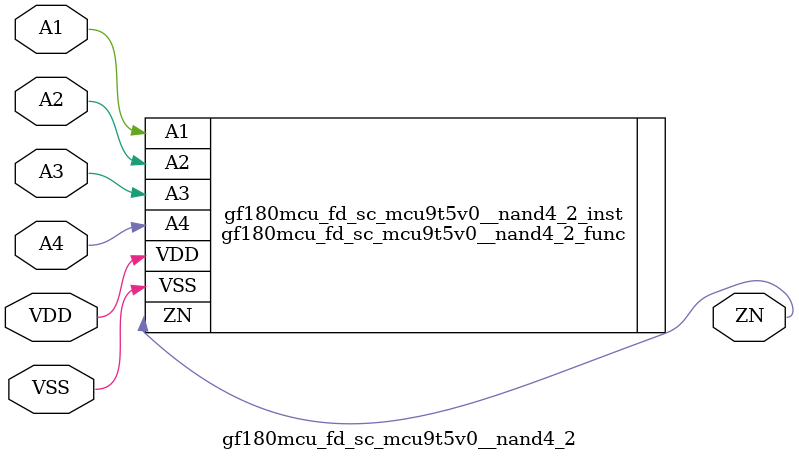
<source format=v>

module gf180mcu_fd_sc_mcu9t5v0__nand4_2( ZN, A4, A3, A2, A1, VDD, VSS );
input A1, A2, A3, A4;
inout VDD, VSS;
output ZN;

   `ifdef FUNCTIONAL  //  functional //

	gf180mcu_fd_sc_mcu9t5v0__nand4_2_func gf180mcu_fd_sc_mcu9t5v0__nand4_2_behav_inst(.ZN(ZN),.A4(A4),.A3(A3),.A2(A2),.A1(A1),.VDD(VDD),.VSS(VSS));

   `else

	gf180mcu_fd_sc_mcu9t5v0__nand4_2_func gf180mcu_fd_sc_mcu9t5v0__nand4_2_inst(.ZN(ZN),.A4(A4),.A3(A3),.A2(A2),.A1(A1),.VDD(VDD),.VSS(VSS));

	// spec_gates_begin


	// spec_gates_end



   specify

	// specify_block_begin

	// comb arc A1 --> ZN
	 (A1 => ZN) = (1.0,1.0);

	// comb arc A2 --> ZN
	 (A2 => ZN) = (1.0,1.0);

	// comb arc A3 --> ZN
	 (A3 => ZN) = (1.0,1.0);

	// comb arc A4 --> ZN
	 (A4 => ZN) = (1.0,1.0);

	// specify_block_end

   endspecify

   `endif

endmodule

</source>
